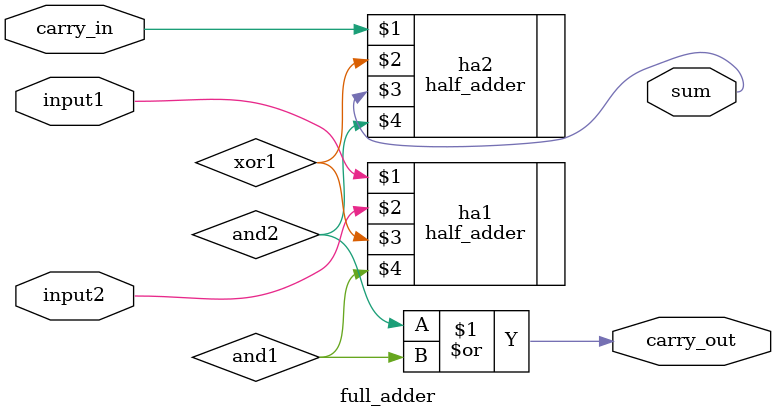
<source format=v>
/*
	Estrutura de um módulo que realiza a soma ou subtração de três numeros de um bit
*/
module full_adder (input1,input2, carry_in,sum,carry_out);

input input1, input2, carry_in; 
output sum, carry_out;

// Variáveis intermediárias
wire xor1,and1,and2;

// Operações utilizando o módulo half_adder
half_adder ha1 (input1,input2,xor1,and1);
half_adder ha2 (carry_in,xor1,sum,and2);
or (carry_out, and2,and1);

endmodule 
</source>
